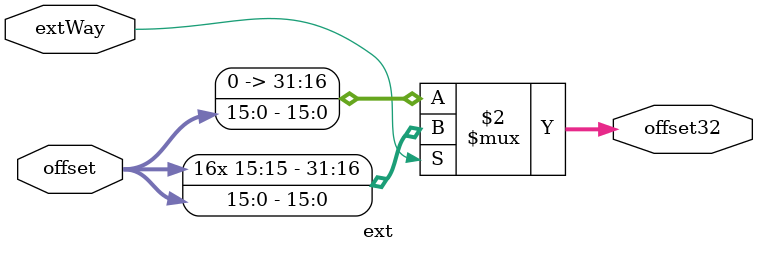
<source format=v>
`timescale 1ns / 1ps
module ext(
    input extWay,
    input [15:0] offset,
    output [31:0] offset32
    );
	assign offset32 = (extWay == 0) ? {{16{1'b0}},offset} : {{16{offset[15]}},offset};

endmodule

</source>
